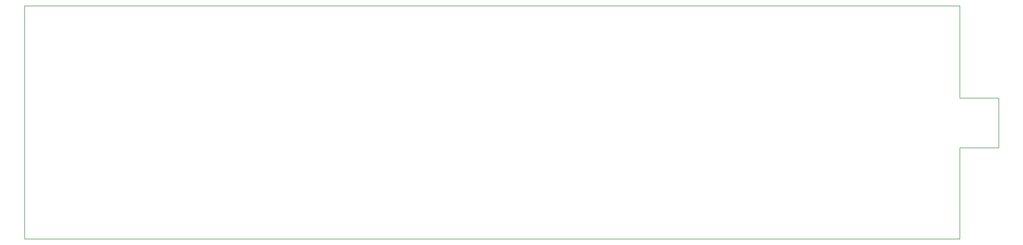
<source format=gbr>
G04 #@! TF.GenerationSoftware,KiCad,Pcbnew,(5.1.5)-3*
G04 #@! TF.CreationDate,2021-08-16T12:29:16-05:00*
G04 #@! TF.ProjectId,Valpo-PCB-Ruler,56616c70-6f2d-4504-9342-2d52756c6572,rev?*
G04 #@! TF.SameCoordinates,Original*
G04 #@! TF.FileFunction,Profile,NP*
%FSLAX46Y46*%
G04 Gerber Fmt 4.6, Leading zero omitted, Abs format (unit mm)*
G04 Created by KiCad (PCBNEW (5.1.5)-3) date 2021-08-16 12:29:16*
%MOMM*%
%LPD*%
G04 APERTURE LIST*
%ADD10C,0.050000*%
G04 APERTURE END LIST*
D10*
X203200000Y-86677500D02*
X209550000Y-86677500D01*
X203200000Y-78549500D02*
X209550000Y-78549500D01*
X203200000Y-63500000D02*
X203200000Y-78549500D01*
X209550000Y-78549500D02*
X209550000Y-86677500D01*
X203200000Y-63500000D02*
X50800000Y-63500000D01*
X203200000Y-101600000D02*
X50800000Y-101600000D01*
X50800000Y-101600000D02*
X50800000Y-63500000D01*
X203200000Y-86677500D02*
X203200000Y-101600000D01*
M02*

</source>
